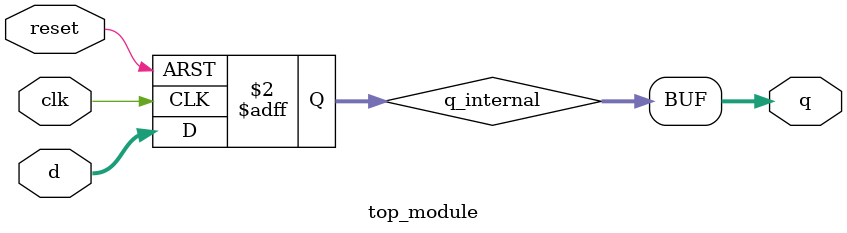
<source format=sv>
module top_module(
	input clk,
	input [7:0] d,
	input reset,
	output reg [7:0] q);
	
	reg [7:0] q_internal;
	
	always @(posedge clk or posedge reset) begin
		if (reset)
			q_internal <= 8'b0;
		else
			q_internal <= d;
	end
	
	assign q = q_internal;
	
endmodule

</source>
